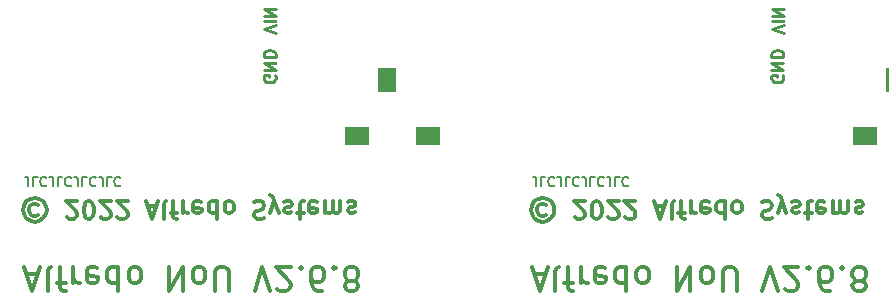
<source format=gbr>
%TF.GenerationSoftware,KiCad,Pcbnew,(6.0.5)*%
%TF.CreationDate,2022-06-07T03:25:40-04:00*%
%TF.ProjectId,NoU2-panelized,4e6f5532-2d70-4616-9e65-6c697a65642e,rev?*%
%TF.SameCoordinates,Original*%
%TF.FileFunction,Legend,Bot*%
%TF.FilePolarity,Positive*%
%FSLAX46Y46*%
G04 Gerber Fmt 4.6, Leading zero omitted, Abs format (unit mm)*
G04 Created by KiCad (PCBNEW (6.0.5)) date 2022-06-07 03:25:40*
%MOMM*%
%LPD*%
G01*
G04 APERTURE LIST*
G04 Aperture macros list*
%AMRoundRect*
0 Rectangle with rounded corners*
0 $1 Rounding radius*
0 $2 $3 $4 $5 $6 $7 $8 $9 X,Y pos of 4 corners*
0 Add a 4 corners polygon primitive as box body*
4,1,4,$2,$3,$4,$5,$6,$7,$8,$9,$2,$3,0*
0 Add four circle primitives for the rounded corners*
1,1,$1+$1,$2,$3*
1,1,$1+$1,$4,$5*
1,1,$1+$1,$6,$7*
1,1,$1+$1,$8,$9*
0 Add four rect primitives between the rounded corners*
20,1,$1+$1,$2,$3,$4,$5,0*
20,1,$1+$1,$4,$5,$6,$7,0*
20,1,$1+$1,$6,$7,$8,$9,0*
20,1,$1+$1,$8,$9,$2,$3,0*%
G04 Aperture macros list end*
%ADD10C,0.300000*%
%ADD11C,0.350000*%
%ADD12C,0.203200*%
%ADD13C,0.254000*%
%ADD14C,2.500000*%
%ADD15C,1.700000*%
%ADD16O,1.700000X1.700000*%
%ADD17C,3.200000*%
%ADD18C,0.500000*%
%ADD19C,2.032000*%
%ADD20RoundRect,1.000000X0.000000X0.800000X0.000000X0.800000X0.000000X-0.800000X0.000000X-0.800000X0*%
%ADD21RoundRect,1.000000X0.800000X0.000000X-0.800000X0.000000X-0.800000X0.000000X0.800000X0.000000X0*%
G04 APERTURE END LIST*
D10*
X24064285Y-68364285D02*
X23921428Y-68435714D01*
X23635714Y-68435714D01*
X23492857Y-68364285D01*
X23350000Y-68221428D01*
X23278571Y-68078571D01*
X23278571Y-67792857D01*
X23350000Y-67650000D01*
X23492857Y-67507142D01*
X23635714Y-67435714D01*
X23921428Y-67435714D01*
X24064285Y-67507142D01*
X23778571Y-68935714D02*
X23421428Y-68864285D01*
X23064285Y-68650000D01*
X22850000Y-68292857D01*
X22778571Y-67935714D01*
X22850000Y-67578571D01*
X23064285Y-67221428D01*
X23421428Y-67007142D01*
X23778571Y-66935714D01*
X24135714Y-67007142D01*
X24492857Y-67221428D01*
X24707142Y-67578571D01*
X24778571Y-67935714D01*
X24707142Y-68292857D01*
X24492857Y-68650000D01*
X24135714Y-68864285D01*
X23778571Y-68935714D01*
X26492857Y-68578571D02*
X26564285Y-68650000D01*
X26707142Y-68721428D01*
X27064285Y-68721428D01*
X27207142Y-68650000D01*
X27278571Y-68578571D01*
X27349999Y-68435714D01*
X27349999Y-68292857D01*
X27278571Y-68078571D01*
X26421428Y-67221428D01*
X27349999Y-67221428D01*
X28278571Y-68721428D02*
X28421428Y-68721428D01*
X28564285Y-68650000D01*
X28635714Y-68578571D01*
X28707142Y-68435714D01*
X28778571Y-68150000D01*
X28778571Y-67792857D01*
X28707142Y-67507142D01*
X28635714Y-67364285D01*
X28564285Y-67292857D01*
X28421428Y-67221428D01*
X28278571Y-67221428D01*
X28135714Y-67292857D01*
X28064285Y-67364285D01*
X27992857Y-67507142D01*
X27921428Y-67792857D01*
X27921428Y-68150000D01*
X27992857Y-68435714D01*
X28064285Y-68578571D01*
X28135714Y-68650000D01*
X28278571Y-68721428D01*
X29350000Y-68578571D02*
X29421428Y-68650000D01*
X29564285Y-68721428D01*
X29921428Y-68721428D01*
X30064285Y-68650000D01*
X30135714Y-68578571D01*
X30207142Y-68435714D01*
X30207142Y-68292857D01*
X30135714Y-68078571D01*
X29278571Y-67221428D01*
X30207142Y-67221428D01*
X30778571Y-68578571D02*
X30850000Y-68650000D01*
X30992857Y-68721428D01*
X31350000Y-68721428D01*
X31492857Y-68650000D01*
X31564285Y-68578571D01*
X31635714Y-68435714D01*
X31635714Y-68292857D01*
X31564285Y-68078571D01*
X30707142Y-67221428D01*
X31635714Y-67221428D01*
X33350000Y-67650000D02*
X34064285Y-67650000D01*
X33207142Y-67221428D02*
X33707142Y-68721428D01*
X34207142Y-67221428D01*
X34921428Y-67221428D02*
X34778571Y-67292857D01*
X34707142Y-67435714D01*
X34707142Y-68721428D01*
X35278571Y-68221428D02*
X35850000Y-68221428D01*
X35492857Y-67221428D02*
X35492857Y-68507142D01*
X35564285Y-68650000D01*
X35707142Y-68721428D01*
X35850000Y-68721428D01*
X36349999Y-67221428D02*
X36349999Y-68221428D01*
X36349999Y-67935714D02*
X36421428Y-68078571D01*
X36492857Y-68150000D01*
X36635714Y-68221428D01*
X36778571Y-68221428D01*
X37850000Y-67292857D02*
X37707142Y-67221428D01*
X37421428Y-67221428D01*
X37278571Y-67292857D01*
X37207142Y-67435714D01*
X37207142Y-68007142D01*
X37278571Y-68150000D01*
X37421428Y-68221428D01*
X37707142Y-68221428D01*
X37850000Y-68150000D01*
X37921428Y-68007142D01*
X37921428Y-67864285D01*
X37207142Y-67721428D01*
X39207142Y-67221428D02*
X39207142Y-68721428D01*
X39207142Y-67292857D02*
X39064285Y-67221428D01*
X38778571Y-67221428D01*
X38635714Y-67292857D01*
X38564285Y-67364285D01*
X38492857Y-67507142D01*
X38492857Y-67935714D01*
X38564285Y-68078571D01*
X38635714Y-68150000D01*
X38778571Y-68221428D01*
X39064285Y-68221428D01*
X39207142Y-68150000D01*
X40135714Y-67221428D02*
X39992857Y-67292857D01*
X39921428Y-67364285D01*
X39849999Y-67507142D01*
X39849999Y-67935714D01*
X39921428Y-68078571D01*
X39992857Y-68150000D01*
X40135714Y-68221428D01*
X40349999Y-68221428D01*
X40492857Y-68150000D01*
X40564285Y-68078571D01*
X40635714Y-67935714D01*
X40635714Y-67507142D01*
X40564285Y-67364285D01*
X40492857Y-67292857D01*
X40349999Y-67221428D01*
X40135714Y-67221428D01*
X42349999Y-67292857D02*
X42564285Y-67221428D01*
X42921428Y-67221428D01*
X43064285Y-67292857D01*
X43135714Y-67364285D01*
X43207142Y-67507142D01*
X43207142Y-67650000D01*
X43135714Y-67792857D01*
X43064285Y-67864285D01*
X42921428Y-67935714D01*
X42635714Y-68007142D01*
X42492857Y-68078571D01*
X42421428Y-68150000D01*
X42349999Y-68292857D01*
X42349999Y-68435714D01*
X42421428Y-68578571D01*
X42492857Y-68650000D01*
X42635714Y-68721428D01*
X42992857Y-68721428D01*
X43207142Y-68650000D01*
X43707142Y-68221428D02*
X44064285Y-67221428D01*
X44421428Y-68221428D02*
X44064285Y-67221428D01*
X43921428Y-66864285D01*
X43849999Y-66792857D01*
X43707142Y-66721428D01*
X44921428Y-67292857D02*
X45064285Y-67221428D01*
X45349999Y-67221428D01*
X45492857Y-67292857D01*
X45564285Y-67435714D01*
X45564285Y-67507142D01*
X45492857Y-67650000D01*
X45349999Y-67721428D01*
X45135714Y-67721428D01*
X44992857Y-67792857D01*
X44921428Y-67935714D01*
X44921428Y-68007142D01*
X44992857Y-68150000D01*
X45135714Y-68221428D01*
X45349999Y-68221428D01*
X45492857Y-68150000D01*
X45992857Y-68221428D02*
X46564285Y-68221428D01*
X46207142Y-68721428D02*
X46207142Y-67435714D01*
X46278571Y-67292857D01*
X46421428Y-67221428D01*
X46564285Y-67221428D01*
X47635714Y-67292857D02*
X47492857Y-67221428D01*
X47207142Y-67221428D01*
X47064285Y-67292857D01*
X46992857Y-67435714D01*
X46992857Y-68007142D01*
X47064285Y-68150000D01*
X47207142Y-68221428D01*
X47492857Y-68221428D01*
X47635714Y-68150000D01*
X47707142Y-68007142D01*
X47707142Y-67864285D01*
X46992857Y-67721428D01*
X48349999Y-67221428D02*
X48349999Y-68221428D01*
X48349999Y-68078571D02*
X48421428Y-68150000D01*
X48564285Y-68221428D01*
X48778571Y-68221428D01*
X48921428Y-68150000D01*
X48992857Y-68007142D01*
X48992857Y-67221428D01*
X48992857Y-68007142D02*
X49064285Y-68150000D01*
X49207142Y-68221428D01*
X49421428Y-68221428D01*
X49564285Y-68150000D01*
X49635714Y-68007142D01*
X49635714Y-67221428D01*
X50278571Y-67292857D02*
X50421428Y-67221428D01*
X50707142Y-67221428D01*
X50849999Y-67292857D01*
X50921428Y-67435714D01*
X50921428Y-67507142D01*
X50849999Y-67650000D01*
X50707142Y-67721428D01*
X50492857Y-67721428D01*
X50349999Y-67792857D01*
X50278571Y-67935714D01*
X50278571Y-68007142D01*
X50349999Y-68150000D01*
X50492857Y-68221428D01*
X50707142Y-68221428D01*
X50849999Y-68150000D01*
X67064285Y-68364285D02*
X66921428Y-68435714D01*
X66635714Y-68435714D01*
X66492857Y-68364285D01*
X66350000Y-68221428D01*
X66278571Y-68078571D01*
X66278571Y-67792857D01*
X66350000Y-67650000D01*
X66492857Y-67507142D01*
X66635714Y-67435714D01*
X66921428Y-67435714D01*
X67064285Y-67507142D01*
X66778571Y-68935714D02*
X66421428Y-68864285D01*
X66064285Y-68650000D01*
X65850000Y-68292857D01*
X65778571Y-67935714D01*
X65850000Y-67578571D01*
X66064285Y-67221428D01*
X66421428Y-67007142D01*
X66778571Y-66935714D01*
X67135714Y-67007142D01*
X67492857Y-67221428D01*
X67707142Y-67578571D01*
X67778571Y-67935714D01*
X67707142Y-68292857D01*
X67492857Y-68650000D01*
X67135714Y-68864285D01*
X66778571Y-68935714D01*
X69492857Y-68578571D02*
X69564285Y-68650000D01*
X69707142Y-68721428D01*
X70064285Y-68721428D01*
X70207142Y-68650000D01*
X70278571Y-68578571D01*
X70350000Y-68435714D01*
X70350000Y-68292857D01*
X70278571Y-68078571D01*
X69421428Y-67221428D01*
X70350000Y-67221428D01*
X71278571Y-68721428D02*
X71421428Y-68721428D01*
X71564285Y-68650000D01*
X71635714Y-68578571D01*
X71707142Y-68435714D01*
X71778571Y-68150000D01*
X71778571Y-67792857D01*
X71707142Y-67507142D01*
X71635714Y-67364285D01*
X71564285Y-67292857D01*
X71421428Y-67221428D01*
X71278571Y-67221428D01*
X71135714Y-67292857D01*
X71064285Y-67364285D01*
X70992857Y-67507142D01*
X70921428Y-67792857D01*
X70921428Y-68150000D01*
X70992857Y-68435714D01*
X71064285Y-68578571D01*
X71135714Y-68650000D01*
X71278571Y-68721428D01*
X72350000Y-68578571D02*
X72421428Y-68650000D01*
X72564285Y-68721428D01*
X72921428Y-68721428D01*
X73064285Y-68650000D01*
X73135714Y-68578571D01*
X73207142Y-68435714D01*
X73207142Y-68292857D01*
X73135714Y-68078571D01*
X72278571Y-67221428D01*
X73207142Y-67221428D01*
X73778571Y-68578571D02*
X73850000Y-68650000D01*
X73992857Y-68721428D01*
X74350000Y-68721428D01*
X74492857Y-68650000D01*
X74564285Y-68578571D01*
X74635714Y-68435714D01*
X74635714Y-68292857D01*
X74564285Y-68078571D01*
X73707142Y-67221428D01*
X74635714Y-67221428D01*
X76350000Y-67650000D02*
X77064285Y-67650000D01*
X76207142Y-67221428D02*
X76707142Y-68721428D01*
X77207142Y-67221428D01*
X77921428Y-67221428D02*
X77778571Y-67292857D01*
X77707142Y-67435714D01*
X77707142Y-68721428D01*
X78278571Y-68221428D02*
X78850000Y-68221428D01*
X78492857Y-67221428D02*
X78492857Y-68507142D01*
X78564285Y-68650000D01*
X78707142Y-68721428D01*
X78850000Y-68721428D01*
X79350000Y-67221428D02*
X79350000Y-68221428D01*
X79350000Y-67935714D02*
X79421428Y-68078571D01*
X79492857Y-68150000D01*
X79635714Y-68221428D01*
X79778571Y-68221428D01*
X80850000Y-67292857D02*
X80707142Y-67221428D01*
X80421428Y-67221428D01*
X80278571Y-67292857D01*
X80207142Y-67435714D01*
X80207142Y-68007142D01*
X80278571Y-68150000D01*
X80421428Y-68221428D01*
X80707142Y-68221428D01*
X80850000Y-68150000D01*
X80921428Y-68007142D01*
X80921428Y-67864285D01*
X80207142Y-67721428D01*
X82207142Y-67221428D02*
X82207142Y-68721428D01*
X82207142Y-67292857D02*
X82064285Y-67221428D01*
X81778571Y-67221428D01*
X81635714Y-67292857D01*
X81564285Y-67364285D01*
X81492857Y-67507142D01*
X81492857Y-67935714D01*
X81564285Y-68078571D01*
X81635714Y-68150000D01*
X81778571Y-68221428D01*
X82064285Y-68221428D01*
X82207142Y-68150000D01*
X83135714Y-67221428D02*
X82992857Y-67292857D01*
X82921428Y-67364285D01*
X82850000Y-67507142D01*
X82850000Y-67935714D01*
X82921428Y-68078571D01*
X82992857Y-68150000D01*
X83135714Y-68221428D01*
X83350000Y-68221428D01*
X83492857Y-68150000D01*
X83564285Y-68078571D01*
X83635714Y-67935714D01*
X83635714Y-67507142D01*
X83564285Y-67364285D01*
X83492857Y-67292857D01*
X83350000Y-67221428D01*
X83135714Y-67221428D01*
X85350000Y-67292857D02*
X85564285Y-67221428D01*
X85921428Y-67221428D01*
X86064285Y-67292857D01*
X86135714Y-67364285D01*
X86207142Y-67507142D01*
X86207142Y-67650000D01*
X86135714Y-67792857D01*
X86064285Y-67864285D01*
X85921428Y-67935714D01*
X85635714Y-68007142D01*
X85492857Y-68078571D01*
X85421428Y-68150000D01*
X85350000Y-68292857D01*
X85350000Y-68435714D01*
X85421428Y-68578571D01*
X85492857Y-68650000D01*
X85635714Y-68721428D01*
X85992857Y-68721428D01*
X86207142Y-68650000D01*
X86707142Y-68221428D02*
X87064285Y-67221428D01*
X87421428Y-68221428D02*
X87064285Y-67221428D01*
X86921428Y-66864285D01*
X86850000Y-66792857D01*
X86707142Y-66721428D01*
X87921428Y-67292857D02*
X88064285Y-67221428D01*
X88350000Y-67221428D01*
X88492857Y-67292857D01*
X88564285Y-67435714D01*
X88564285Y-67507142D01*
X88492857Y-67650000D01*
X88350000Y-67721428D01*
X88135714Y-67721428D01*
X87992857Y-67792857D01*
X87921428Y-67935714D01*
X87921428Y-68007142D01*
X87992857Y-68150000D01*
X88135714Y-68221428D01*
X88350000Y-68221428D01*
X88492857Y-68150000D01*
X88992857Y-68221428D02*
X89564285Y-68221428D01*
X89207142Y-68721428D02*
X89207142Y-67435714D01*
X89278571Y-67292857D01*
X89421428Y-67221428D01*
X89564285Y-67221428D01*
X90635714Y-67292857D02*
X90492857Y-67221428D01*
X90207142Y-67221428D01*
X90064285Y-67292857D01*
X89992857Y-67435714D01*
X89992857Y-68007142D01*
X90064285Y-68150000D01*
X90207142Y-68221428D01*
X90492857Y-68221428D01*
X90635714Y-68150000D01*
X90707142Y-68007142D01*
X90707142Y-67864285D01*
X89992857Y-67721428D01*
X91350000Y-67221428D02*
X91350000Y-68221428D01*
X91350000Y-68078571D02*
X91421428Y-68150000D01*
X91564285Y-68221428D01*
X91778571Y-68221428D01*
X91921428Y-68150000D01*
X91992857Y-68007142D01*
X91992857Y-67221428D01*
X91992857Y-68007142D02*
X92064285Y-68150000D01*
X92207142Y-68221428D01*
X92421428Y-68221428D01*
X92564285Y-68150000D01*
X92635714Y-68007142D01*
X92635714Y-67221428D01*
X93278571Y-67292857D02*
X93421428Y-67221428D01*
X93707142Y-67221428D01*
X93850000Y-67292857D01*
X93921428Y-67435714D01*
X93921428Y-67507142D01*
X93850000Y-67650000D01*
X93707142Y-67721428D01*
X93492857Y-67721428D01*
X93350000Y-67792857D01*
X93278571Y-67935714D01*
X93278571Y-68007142D01*
X93350000Y-68150000D01*
X93492857Y-68221428D01*
X93707142Y-68221428D01*
X93850000Y-68150000D01*
D11*
X23052380Y-73366666D02*
X24004761Y-73366666D01*
X22861904Y-72795238D02*
X23528571Y-74795238D01*
X24195238Y-72795238D01*
X25147619Y-72795238D02*
X24957142Y-72890476D01*
X24861904Y-73080952D01*
X24861904Y-74795238D01*
X25623809Y-74128571D02*
X26385714Y-74128571D01*
X25909523Y-72795238D02*
X25909523Y-74509523D01*
X26004761Y-74700000D01*
X26195238Y-74795238D01*
X26385714Y-74795238D01*
X27052380Y-72795238D02*
X27052380Y-74128571D01*
X27052380Y-73747619D02*
X27147619Y-73938095D01*
X27242857Y-74033333D01*
X27433333Y-74128571D01*
X27623809Y-74128571D01*
X29052380Y-72890476D02*
X28861904Y-72795238D01*
X28480952Y-72795238D01*
X28290476Y-72890476D01*
X28195238Y-73080952D01*
X28195238Y-73842857D01*
X28290476Y-74033333D01*
X28480952Y-74128571D01*
X28861904Y-74128571D01*
X29052380Y-74033333D01*
X29147619Y-73842857D01*
X29147619Y-73652380D01*
X28195238Y-73461904D01*
X30861904Y-72795238D02*
X30861904Y-74795238D01*
X30861904Y-72890476D02*
X30671428Y-72795238D01*
X30290476Y-72795238D01*
X30100000Y-72890476D01*
X30004761Y-72985714D01*
X29909523Y-73176190D01*
X29909523Y-73747619D01*
X30004761Y-73938095D01*
X30100000Y-74033333D01*
X30290476Y-74128571D01*
X30671428Y-74128571D01*
X30861904Y-74033333D01*
X32100000Y-72795238D02*
X31909523Y-72890476D01*
X31814285Y-72985714D01*
X31719047Y-73176190D01*
X31719047Y-73747619D01*
X31814285Y-73938095D01*
X31909523Y-74033333D01*
X32100000Y-74128571D01*
X32385714Y-74128571D01*
X32576190Y-74033333D01*
X32671428Y-73938095D01*
X32766666Y-73747619D01*
X32766666Y-73176190D01*
X32671428Y-72985714D01*
X32576190Y-72890476D01*
X32385714Y-72795238D01*
X32100000Y-72795238D01*
X35147619Y-72795238D02*
X35147619Y-74795238D01*
X36290476Y-72795238D01*
X36290476Y-74795238D01*
X37528571Y-72795238D02*
X37338095Y-72890476D01*
X37242857Y-72985714D01*
X37147619Y-73176190D01*
X37147619Y-73747619D01*
X37242857Y-73938095D01*
X37338095Y-74033333D01*
X37528571Y-74128571D01*
X37814285Y-74128571D01*
X38004761Y-74033333D01*
X38100000Y-73938095D01*
X38195238Y-73747619D01*
X38195238Y-73176190D01*
X38100000Y-72985714D01*
X38004761Y-72890476D01*
X37814285Y-72795238D01*
X37528571Y-72795238D01*
X39052380Y-74795238D02*
X39052380Y-73176190D01*
X39147619Y-72985714D01*
X39242857Y-72890476D01*
X39433333Y-72795238D01*
X39814285Y-72795238D01*
X40004761Y-72890476D01*
X40100000Y-72985714D01*
X40195238Y-73176190D01*
X40195238Y-74795238D01*
X42385714Y-74795238D02*
X43052380Y-72795238D01*
X43719047Y-74795238D01*
X44290476Y-74604761D02*
X44385714Y-74700000D01*
X44576190Y-74795238D01*
X45052380Y-74795238D01*
X45242857Y-74700000D01*
X45338095Y-74604761D01*
X45433333Y-74414285D01*
X45433333Y-74223809D01*
X45338095Y-73938095D01*
X44195238Y-72795238D01*
X45433333Y-72795238D01*
X46290476Y-72985714D02*
X46385714Y-72890476D01*
X46290476Y-72795238D01*
X46195238Y-72890476D01*
X46290476Y-72985714D01*
X46290476Y-72795238D01*
X48100000Y-74795238D02*
X47719047Y-74795238D01*
X47528571Y-74700000D01*
X47433333Y-74604761D01*
X47242857Y-74319047D01*
X47147619Y-73938095D01*
X47147619Y-73176190D01*
X47242857Y-72985714D01*
X47338095Y-72890476D01*
X47528571Y-72795238D01*
X47909523Y-72795238D01*
X48100000Y-72890476D01*
X48195238Y-72985714D01*
X48290476Y-73176190D01*
X48290476Y-73652380D01*
X48195238Y-73842857D01*
X48100000Y-73938095D01*
X47909523Y-74033333D01*
X47528571Y-74033333D01*
X47338095Y-73938095D01*
X47242857Y-73842857D01*
X47147619Y-73652380D01*
X49147619Y-72985714D02*
X49242857Y-72890476D01*
X49147619Y-72795238D01*
X49052380Y-72890476D01*
X49147619Y-72985714D01*
X49147619Y-72795238D01*
X50385714Y-73938095D02*
X50195238Y-74033333D01*
X50100000Y-74128571D01*
X50004761Y-74319047D01*
X50004761Y-74414285D01*
X50100000Y-74604761D01*
X50195238Y-74700000D01*
X50385714Y-74795238D01*
X50766666Y-74795238D01*
X50957142Y-74700000D01*
X51052380Y-74604761D01*
X51147619Y-74414285D01*
X51147619Y-74319047D01*
X51052380Y-74128571D01*
X50957142Y-74033333D01*
X50766666Y-73938095D01*
X50385714Y-73938095D01*
X50195238Y-73842857D01*
X50100000Y-73747619D01*
X50004761Y-73557142D01*
X50004761Y-73176190D01*
X50100000Y-72985714D01*
X50195238Y-72890476D01*
X50385714Y-72795238D01*
X50766666Y-72795238D01*
X50957142Y-72890476D01*
X51052380Y-72985714D01*
X51147619Y-73176190D01*
X51147619Y-73557142D01*
X51052380Y-73747619D01*
X50957142Y-73842857D01*
X50766666Y-73938095D01*
X66052380Y-73366666D02*
X67004761Y-73366666D01*
X65861904Y-72795238D02*
X66528571Y-74795238D01*
X67195238Y-72795238D01*
X68147619Y-72795238D02*
X67957142Y-72890476D01*
X67861904Y-73080952D01*
X67861904Y-74795238D01*
X68623809Y-74128571D02*
X69385714Y-74128571D01*
X68909523Y-72795238D02*
X68909523Y-74509523D01*
X69004761Y-74700000D01*
X69195238Y-74795238D01*
X69385714Y-74795238D01*
X70052380Y-72795238D02*
X70052380Y-74128571D01*
X70052380Y-73747619D02*
X70147619Y-73938095D01*
X70242857Y-74033333D01*
X70433333Y-74128571D01*
X70623809Y-74128571D01*
X72052380Y-72890476D02*
X71861904Y-72795238D01*
X71480952Y-72795238D01*
X71290476Y-72890476D01*
X71195238Y-73080952D01*
X71195238Y-73842857D01*
X71290476Y-74033333D01*
X71480952Y-74128571D01*
X71861904Y-74128571D01*
X72052380Y-74033333D01*
X72147619Y-73842857D01*
X72147619Y-73652380D01*
X71195238Y-73461904D01*
X73861904Y-72795238D02*
X73861904Y-74795238D01*
X73861904Y-72890476D02*
X73671428Y-72795238D01*
X73290476Y-72795238D01*
X73100000Y-72890476D01*
X73004761Y-72985714D01*
X72909523Y-73176190D01*
X72909523Y-73747619D01*
X73004761Y-73938095D01*
X73100000Y-74033333D01*
X73290476Y-74128571D01*
X73671428Y-74128571D01*
X73861904Y-74033333D01*
X75100000Y-72795238D02*
X74909523Y-72890476D01*
X74814285Y-72985714D01*
X74719047Y-73176190D01*
X74719047Y-73747619D01*
X74814285Y-73938095D01*
X74909523Y-74033333D01*
X75100000Y-74128571D01*
X75385714Y-74128571D01*
X75576190Y-74033333D01*
X75671428Y-73938095D01*
X75766666Y-73747619D01*
X75766666Y-73176190D01*
X75671428Y-72985714D01*
X75576190Y-72890476D01*
X75385714Y-72795238D01*
X75100000Y-72795238D01*
X78147619Y-72795238D02*
X78147619Y-74795238D01*
X79290476Y-72795238D01*
X79290476Y-74795238D01*
X80528571Y-72795238D02*
X80338095Y-72890476D01*
X80242857Y-72985714D01*
X80147619Y-73176190D01*
X80147619Y-73747619D01*
X80242857Y-73938095D01*
X80338095Y-74033333D01*
X80528571Y-74128571D01*
X80814285Y-74128571D01*
X81004761Y-74033333D01*
X81100000Y-73938095D01*
X81195238Y-73747619D01*
X81195238Y-73176190D01*
X81100000Y-72985714D01*
X81004761Y-72890476D01*
X80814285Y-72795238D01*
X80528571Y-72795238D01*
X82052380Y-74795238D02*
X82052380Y-73176190D01*
X82147619Y-72985714D01*
X82242857Y-72890476D01*
X82433333Y-72795238D01*
X82814285Y-72795238D01*
X83004761Y-72890476D01*
X83100000Y-72985714D01*
X83195238Y-73176190D01*
X83195238Y-74795238D01*
X85385714Y-74795238D02*
X86052380Y-72795238D01*
X86719047Y-74795238D01*
X87290476Y-74604761D02*
X87385714Y-74700000D01*
X87576190Y-74795238D01*
X88052380Y-74795238D01*
X88242857Y-74700000D01*
X88338095Y-74604761D01*
X88433333Y-74414285D01*
X88433333Y-74223809D01*
X88338095Y-73938095D01*
X87195238Y-72795238D01*
X88433333Y-72795238D01*
X89290476Y-72985714D02*
X89385714Y-72890476D01*
X89290476Y-72795238D01*
X89195238Y-72890476D01*
X89290476Y-72985714D01*
X89290476Y-72795238D01*
X91100000Y-74795238D02*
X90719047Y-74795238D01*
X90528571Y-74700000D01*
X90433333Y-74604761D01*
X90242857Y-74319047D01*
X90147619Y-73938095D01*
X90147619Y-73176190D01*
X90242857Y-72985714D01*
X90338095Y-72890476D01*
X90528571Y-72795238D01*
X90909523Y-72795238D01*
X91100000Y-72890476D01*
X91195238Y-72985714D01*
X91290476Y-73176190D01*
X91290476Y-73652380D01*
X91195238Y-73842857D01*
X91100000Y-73938095D01*
X90909523Y-74033333D01*
X90528571Y-74033333D01*
X90338095Y-73938095D01*
X90242857Y-73842857D01*
X90147619Y-73652380D01*
X92147619Y-72985714D02*
X92242857Y-72890476D01*
X92147619Y-72795238D01*
X92052380Y-72890476D01*
X92147619Y-72985714D01*
X92147619Y-72795238D01*
X93385714Y-73938095D02*
X93195238Y-74033333D01*
X93100000Y-74128571D01*
X93004761Y-74319047D01*
X93004761Y-74414285D01*
X93100000Y-74604761D01*
X93195238Y-74700000D01*
X93385714Y-74795238D01*
X93766666Y-74795238D01*
X93957142Y-74700000D01*
X94052380Y-74604761D01*
X94147619Y-74414285D01*
X94147619Y-74319047D01*
X94052380Y-74128571D01*
X93957142Y-74033333D01*
X93766666Y-73938095D01*
X93385714Y-73938095D01*
X93195238Y-73842857D01*
X93100000Y-73747619D01*
X93004761Y-73557142D01*
X93004761Y-73176190D01*
X93100000Y-72985714D01*
X93195238Y-72890476D01*
X93385714Y-72795238D01*
X93766666Y-72795238D01*
X93957142Y-72890476D01*
X94052380Y-72985714D01*
X94147619Y-73176190D01*
X94147619Y-73557142D01*
X94052380Y-73747619D01*
X93957142Y-73842857D01*
X93766666Y-73938095D01*
D12*
X23245638Y-65945104D02*
X23245638Y-65364533D01*
X23206933Y-65248419D01*
X23129523Y-65171009D01*
X23013409Y-65132304D01*
X22936000Y-65132304D01*
X24019733Y-65132304D02*
X23632685Y-65132304D01*
X23632685Y-65945104D01*
X24755123Y-65209714D02*
X24716419Y-65171009D01*
X24600304Y-65132304D01*
X24522895Y-65132304D01*
X24406780Y-65171009D01*
X24329371Y-65248419D01*
X24290666Y-65325828D01*
X24251961Y-65480647D01*
X24251961Y-65596761D01*
X24290666Y-65751580D01*
X24329371Y-65828990D01*
X24406780Y-65906400D01*
X24522895Y-65945104D01*
X24600304Y-65945104D01*
X24716419Y-65906400D01*
X24755123Y-65867695D01*
X25335695Y-65945104D02*
X25335695Y-65364533D01*
X25296990Y-65248419D01*
X25219580Y-65171009D01*
X25103466Y-65132304D01*
X25026057Y-65132304D01*
X26109790Y-65132304D02*
X25722742Y-65132304D01*
X25722742Y-65945104D01*
X26845180Y-65209714D02*
X26806476Y-65171009D01*
X26690361Y-65132304D01*
X26612952Y-65132304D01*
X26496838Y-65171009D01*
X26419428Y-65248419D01*
X26380723Y-65325828D01*
X26342019Y-65480647D01*
X26342019Y-65596761D01*
X26380723Y-65751580D01*
X26419428Y-65828990D01*
X26496838Y-65906400D01*
X26612952Y-65945104D01*
X26690361Y-65945104D01*
X26806476Y-65906400D01*
X26845180Y-65867695D01*
X27425752Y-65945104D02*
X27425752Y-65364533D01*
X27387047Y-65248419D01*
X27309638Y-65171009D01*
X27193523Y-65132304D01*
X27116114Y-65132304D01*
X28199847Y-65132304D02*
X27812800Y-65132304D01*
X27812800Y-65945104D01*
X28935238Y-65209714D02*
X28896533Y-65171009D01*
X28780419Y-65132304D01*
X28703009Y-65132304D01*
X28586895Y-65171009D01*
X28509485Y-65248419D01*
X28470780Y-65325828D01*
X28432076Y-65480647D01*
X28432076Y-65596761D01*
X28470780Y-65751580D01*
X28509485Y-65828990D01*
X28586895Y-65906400D01*
X28703009Y-65945104D01*
X28780419Y-65945104D01*
X28896533Y-65906400D01*
X28935238Y-65867695D01*
X29515809Y-65945104D02*
X29515809Y-65364533D01*
X29477104Y-65248419D01*
X29399695Y-65171009D01*
X29283580Y-65132304D01*
X29206171Y-65132304D01*
X30289904Y-65132304D02*
X29902857Y-65132304D01*
X29902857Y-65945104D01*
X31025295Y-65209714D02*
X30986590Y-65171009D01*
X30870476Y-65132304D01*
X30793066Y-65132304D01*
X30676952Y-65171009D01*
X30599542Y-65248419D01*
X30560838Y-65325828D01*
X30522133Y-65480647D01*
X30522133Y-65596761D01*
X30560838Y-65751580D01*
X30599542Y-65828990D01*
X30676952Y-65906400D01*
X30793066Y-65945104D01*
X30870476Y-65945104D01*
X30986590Y-65906400D01*
X31025295Y-65867695D01*
X66245638Y-65945104D02*
X66245638Y-65364533D01*
X66206933Y-65248419D01*
X66129523Y-65171009D01*
X66013409Y-65132304D01*
X65936000Y-65132304D01*
X67019733Y-65132304D02*
X66632685Y-65132304D01*
X66632685Y-65945104D01*
X67755123Y-65209714D02*
X67716419Y-65171009D01*
X67600304Y-65132304D01*
X67522895Y-65132304D01*
X67406780Y-65171009D01*
X67329371Y-65248419D01*
X67290666Y-65325828D01*
X67251961Y-65480647D01*
X67251961Y-65596761D01*
X67290666Y-65751580D01*
X67329371Y-65828990D01*
X67406780Y-65906400D01*
X67522895Y-65945104D01*
X67600304Y-65945104D01*
X67716419Y-65906400D01*
X67755123Y-65867695D01*
X68335695Y-65945104D02*
X68335695Y-65364533D01*
X68296990Y-65248419D01*
X68219580Y-65171009D01*
X68103466Y-65132304D01*
X68026057Y-65132304D01*
X69109790Y-65132304D02*
X68722742Y-65132304D01*
X68722742Y-65945104D01*
X69845180Y-65209714D02*
X69806476Y-65171009D01*
X69690361Y-65132304D01*
X69612952Y-65132304D01*
X69496838Y-65171009D01*
X69419428Y-65248419D01*
X69380723Y-65325828D01*
X69342019Y-65480647D01*
X69342019Y-65596761D01*
X69380723Y-65751580D01*
X69419428Y-65828990D01*
X69496838Y-65906400D01*
X69612952Y-65945104D01*
X69690361Y-65945104D01*
X69806476Y-65906400D01*
X69845180Y-65867695D01*
X70425752Y-65945104D02*
X70425752Y-65364533D01*
X70387047Y-65248419D01*
X70309638Y-65171009D01*
X70193523Y-65132304D01*
X70116114Y-65132304D01*
X71199847Y-65132304D02*
X70812800Y-65132304D01*
X70812800Y-65945104D01*
X71935238Y-65209714D02*
X71896533Y-65171009D01*
X71780419Y-65132304D01*
X71703009Y-65132304D01*
X71586895Y-65171009D01*
X71509485Y-65248419D01*
X71470780Y-65325828D01*
X71432076Y-65480647D01*
X71432076Y-65596761D01*
X71470780Y-65751580D01*
X71509485Y-65828990D01*
X71586895Y-65906400D01*
X71703009Y-65945104D01*
X71780419Y-65945104D01*
X71896533Y-65906400D01*
X71935238Y-65867695D01*
X72515809Y-65945104D02*
X72515809Y-65364533D01*
X72477104Y-65248419D01*
X72399695Y-65171009D01*
X72283580Y-65132304D01*
X72206171Y-65132304D01*
X73289904Y-65132304D02*
X72902857Y-65132304D01*
X72902857Y-65945104D01*
X74025295Y-65209714D02*
X73986590Y-65171009D01*
X73870476Y-65132304D01*
X73793066Y-65132304D01*
X73676952Y-65171009D01*
X73599542Y-65248419D01*
X73560838Y-65325828D01*
X73522133Y-65480647D01*
X73522133Y-65596761D01*
X73560838Y-65751580D01*
X73599542Y-65828990D01*
X73676952Y-65906400D01*
X73793066Y-65945104D01*
X73870476Y-65945104D01*
X73986590Y-65906400D01*
X74025295Y-65867695D01*
D13*
X44222580Y-52993561D02*
X43206580Y-52654895D01*
X44222580Y-52316228D01*
X43206580Y-51977561D02*
X44222580Y-51977561D01*
X43206580Y-51493752D02*
X44222580Y-51493752D01*
X43206580Y-50913180D01*
X44222580Y-50913180D01*
X87222580Y-52993561D02*
X86206580Y-52654895D01*
X87222580Y-52316228D01*
X86206580Y-51977561D02*
X87222580Y-51977561D01*
X86206580Y-51493752D02*
X87222580Y-51493752D01*
X86206580Y-50913180D01*
X87222580Y-50913180D01*
X44123400Y-56566495D02*
X44171780Y-56663257D01*
X44171780Y-56808400D01*
X44123400Y-56953542D01*
X44026638Y-57050304D01*
X43929876Y-57098685D01*
X43736352Y-57147066D01*
X43591209Y-57147066D01*
X43397685Y-57098685D01*
X43300923Y-57050304D01*
X43204161Y-56953542D01*
X43155780Y-56808400D01*
X43155780Y-56711638D01*
X43204161Y-56566495D01*
X43252542Y-56518114D01*
X43591209Y-56518114D01*
X43591209Y-56711638D01*
X43155780Y-56082685D02*
X44171780Y-56082685D01*
X43155780Y-55502114D01*
X44171780Y-55502114D01*
X43155780Y-55018304D02*
X44171780Y-55018304D01*
X44171780Y-54776400D01*
X44123400Y-54631257D01*
X44026638Y-54534495D01*
X43929876Y-54486114D01*
X43736352Y-54437733D01*
X43591209Y-54437733D01*
X43397685Y-54486114D01*
X43300923Y-54534495D01*
X43204161Y-54631257D01*
X43155780Y-54776400D01*
X43155780Y-55018304D01*
X87123400Y-56566495D02*
X87171780Y-56663257D01*
X87171780Y-56808400D01*
X87123400Y-56953542D01*
X87026638Y-57050304D01*
X86929876Y-57098685D01*
X86736352Y-57147066D01*
X86591209Y-57147066D01*
X86397685Y-57098685D01*
X86300923Y-57050304D01*
X86204161Y-56953542D01*
X86155780Y-56808400D01*
X86155780Y-56711638D01*
X86204161Y-56566495D01*
X86252542Y-56518114D01*
X86591209Y-56518114D01*
X86591209Y-56711638D01*
X86155780Y-56082685D02*
X87171780Y-56082685D01*
X86155780Y-55502114D01*
X87171780Y-55502114D01*
X86155780Y-55018304D02*
X87171780Y-55018304D01*
X87171780Y-54776400D01*
X87123400Y-54631257D01*
X87026638Y-54534495D01*
X86929876Y-54486114D01*
X86736352Y-54437733D01*
X86591209Y-54437733D01*
X86397685Y-54486114D01*
X86300923Y-54534495D01*
X86204161Y-54631257D01*
X86155780Y-54776400D01*
X86155780Y-55018304D01*
%LPC*%
D14*
%TO.C,J8*%
X44225000Y-20207000D03*
X39145000Y-20207000D03*
X34065000Y-20207000D03*
X28985000Y-20207000D03*
%TD*%
D15*
%TO.C,J5*%
X102363400Y-36844000D03*
D16*
X102363400Y-39384000D03*
X102363400Y-41924000D03*
X102363400Y-44464000D03*
%TD*%
D17*
%TO.C,REF\u002A\u002A*%
X68500000Y-62000000D03*
%TD*%
D18*
%TO.C,REF\u002A\u002A*%
X65200000Y-55166666D03*
%TD*%
D15*
%TO.C,J12*%
X56823400Y-36844000D03*
D16*
X56823400Y-39384000D03*
X56823400Y-41924000D03*
X56823400Y-44464000D03*
%TD*%
D19*
%TO.C,J13*%
X45342600Y-55792400D03*
%TD*%
D18*
%TO.C,REF\u002A\u002A*%
X22200000Y-34833333D03*
%TD*%
D17*
%TO.C,REF\u002A\u002A*%
X75000000Y-29000000D03*
%TD*%
D18*
%TO.C,REF\u002A\u002A*%
X105800000Y-35833333D03*
%TD*%
%TO.C,REF\u002A\u002A*%
X22200000Y-36833333D03*
%TD*%
D15*
%TO.C,J11*%
X49178000Y-21600000D03*
D16*
X49178000Y-24140000D03*
X49178000Y-26680000D03*
X49178000Y-29220000D03*
X49178000Y-31760000D03*
X49178000Y-34300000D03*
X49178000Y-36840000D03*
X49178000Y-39380000D03*
X49178000Y-41920000D03*
X49178000Y-44460000D03*
X49178000Y-47000000D03*
X49178000Y-49540000D03*
X49178000Y-52080000D03*
X49178000Y-54620000D03*
X49178000Y-57160000D03*
%TD*%
D18*
%TO.C,REF\u002A\u002A*%
X22200000Y-35833333D03*
%TD*%
D15*
%TO.C,J5*%
X59363400Y-36844000D03*
D16*
X59363400Y-39384000D03*
X59363400Y-41924000D03*
X59363400Y-44464000D03*
%TD*%
D18*
%TO.C,REF\u002A\u002A*%
X105800000Y-57166666D03*
%TD*%
%TO.C,REF\u002A\u002A*%
X22200000Y-56166666D03*
%TD*%
%TO.C,REF\u002A\u002A*%
X62800000Y-34833333D03*
%TD*%
%TO.C,REF\u002A\u002A*%
X62800000Y-33833333D03*
%TD*%
D15*
%TO.C,J12*%
X99823400Y-36844000D03*
D16*
X99823400Y-39384000D03*
X99823400Y-41924000D03*
X99823400Y-44464000D03*
%TD*%
D15*
%TO.C,J10*%
X66778000Y-21604000D03*
D16*
X66778000Y-24144000D03*
X66778000Y-26684000D03*
X66778000Y-29224000D03*
X66778000Y-31764000D03*
X66778000Y-34304000D03*
X66778000Y-36844000D03*
X66778000Y-39384000D03*
X66778000Y-41924000D03*
X66778000Y-44464000D03*
X66778000Y-47004000D03*
X66778000Y-49544000D03*
X66778000Y-52084000D03*
X66778000Y-54624000D03*
X66778000Y-57164000D03*
%TD*%
D18*
%TO.C,REF\u002A\u002A*%
X65200000Y-54166666D03*
%TD*%
D15*
%TO.C,J4*%
X70588000Y-26684000D03*
D16*
X70588000Y-29224000D03*
X70588000Y-31764000D03*
X70588000Y-34304000D03*
X70588000Y-36844000D03*
X70588000Y-39384000D03*
%TD*%
D18*
%TO.C,REF\u002A\u002A*%
X65200000Y-33833333D03*
%TD*%
D15*
%TO.C,J3*%
X59338000Y-24144000D03*
D16*
X59338000Y-26684000D03*
X59338000Y-29224000D03*
X59338000Y-31764000D03*
%TD*%
D18*
%TO.C,REF\u002A\u002A*%
X65200000Y-34833333D03*
%TD*%
%TO.C,REF\u002A\u002A*%
X62800000Y-35833333D03*
%TD*%
D15*
%TO.C,U8*%
X102363400Y-49544000D03*
D16*
X102363400Y-52084000D03*
X102363400Y-54624000D03*
%TD*%
D18*
%TO.C,REF\u002A\u002A*%
X62800000Y-54166666D03*
%TD*%
D14*
%TO.C,J6*%
X67794000Y-70880000D03*
X72874000Y-70880000D03*
X77954000Y-70880000D03*
X83034000Y-70880000D03*
%TD*%
D18*
%TO.C,REF\u002A\u002A*%
X65200000Y-36833333D03*
%TD*%
D17*
%TO.C,REF\u002A\u002A*%
X25500000Y-62000000D03*
%TD*%
%TO.C,REF\u002A\u002A*%
X102500000Y-18500000D03*
%TD*%
D15*
%TO.C,J2*%
X54283400Y-36844000D03*
D16*
X54283400Y-39384000D03*
X54283400Y-41924000D03*
X54283400Y-44464000D03*
%TD*%
D18*
%TO.C,REF\u002A\u002A*%
X105800000Y-36833333D03*
%TD*%
D14*
%TO.C,J8*%
X87225000Y-20207000D03*
X82145000Y-20207000D03*
X77065000Y-20207000D03*
X71985000Y-20207000D03*
%TD*%
D19*
%TO.C,J14*%
X88342600Y-51880800D03*
%TD*%
D15*
%TO.C,J3*%
X102338000Y-24144000D03*
D16*
X102338000Y-26684000D03*
X102338000Y-29224000D03*
X102338000Y-31764000D03*
%TD*%
D20*
%TO.C,J9*%
X51083000Y-61700000D03*
X57083000Y-61700000D03*
D21*
X53583000Y-56950000D03*
%TD*%
D18*
%TO.C,REF\u002A\u002A*%
X105800000Y-33833333D03*
%TD*%
D14*
%TO.C,J7*%
X88114000Y-70880000D03*
X93194000Y-70880000D03*
X98274000Y-70880000D03*
X103354000Y-70880000D03*
%TD*%
D19*
%TO.C,J14*%
X45342600Y-51880800D03*
%TD*%
D15*
%TO.C,J1*%
X97258000Y-19064000D03*
D16*
X97258000Y-21604000D03*
X97258000Y-24144000D03*
X97258000Y-26684000D03*
X97258000Y-29224000D03*
X97258000Y-31764000D03*
%TD*%
D15*
%TO.C,J2*%
X97283400Y-36844000D03*
D16*
X97283400Y-39384000D03*
X97283400Y-41924000D03*
X97283400Y-44464000D03*
%TD*%
D15*
%TO.C,J4*%
X27588000Y-26684000D03*
D16*
X27588000Y-29224000D03*
X27588000Y-31764000D03*
X27588000Y-34304000D03*
X27588000Y-36844000D03*
X27588000Y-39384000D03*
%TD*%
D18*
%TO.C,REF\u002A\u002A*%
X62800000Y-57166666D03*
%TD*%
%TO.C,REF\u002A\u002A*%
X62800000Y-36833333D03*
%TD*%
D19*
%TO.C,J13*%
X88342600Y-55792400D03*
%TD*%
D18*
%TO.C,REF\u002A\u002A*%
X105800000Y-56166666D03*
%TD*%
D15*
%TO.C,J11*%
X92178000Y-21600000D03*
D16*
X92178000Y-24140000D03*
X92178000Y-26680000D03*
X92178000Y-29220000D03*
X92178000Y-31760000D03*
X92178000Y-34300000D03*
X92178000Y-36840000D03*
X92178000Y-39380000D03*
X92178000Y-41920000D03*
X92178000Y-44460000D03*
X92178000Y-47000000D03*
X92178000Y-49540000D03*
X92178000Y-52080000D03*
X92178000Y-54620000D03*
X92178000Y-57160000D03*
%TD*%
D18*
%TO.C,REF\u002A\u002A*%
X22200000Y-54166666D03*
%TD*%
D15*
%TO.C,J10*%
X23778000Y-21604000D03*
D16*
X23778000Y-24144000D03*
X23778000Y-26684000D03*
X23778000Y-29224000D03*
X23778000Y-31764000D03*
X23778000Y-34304000D03*
X23778000Y-36844000D03*
X23778000Y-39384000D03*
X23778000Y-41924000D03*
X23778000Y-44464000D03*
X23778000Y-47004000D03*
X23778000Y-49544000D03*
X23778000Y-52084000D03*
X23778000Y-54624000D03*
X23778000Y-57164000D03*
%TD*%
D18*
%TO.C,REF\u002A\u002A*%
X65200000Y-57166666D03*
%TD*%
%TO.C,REF\u002A\u002A*%
X22200000Y-55166666D03*
%TD*%
D14*
%TO.C,J7*%
X45114000Y-70880000D03*
X50194000Y-70880000D03*
X55274000Y-70880000D03*
X60354000Y-70880000D03*
%TD*%
D18*
%TO.C,REF\u002A\u002A*%
X22200000Y-33833333D03*
%TD*%
D20*
%TO.C,J9*%
X94083000Y-61700000D03*
X100083000Y-61700000D03*
D21*
X96583000Y-56950000D03*
%TD*%
D18*
%TO.C,REF\u002A\u002A*%
X62800000Y-56166666D03*
%TD*%
%TO.C,REF\u002A\u002A*%
X105800000Y-34833333D03*
%TD*%
%TO.C,REF\u002A\u002A*%
X62800000Y-55166666D03*
%TD*%
D17*
%TO.C,REF\u002A\u002A*%
X59500000Y-18500000D03*
%TD*%
D18*
%TO.C,REF\u002A\u002A*%
X65200000Y-35833333D03*
%TD*%
D14*
%TO.C,J6*%
X24794000Y-70880000D03*
X29874000Y-70880000D03*
X34954000Y-70880000D03*
X40034000Y-70880000D03*
%TD*%
D15*
%TO.C,J1*%
X54258000Y-19064000D03*
D16*
X54258000Y-21604000D03*
X54258000Y-24144000D03*
X54258000Y-26684000D03*
X54258000Y-29224000D03*
X54258000Y-31764000D03*
%TD*%
D18*
%TO.C,REF\u002A\u002A*%
X22200000Y-57166666D03*
%TD*%
%TO.C,REF\u002A\u002A*%
X65200000Y-56166666D03*
%TD*%
%TO.C,REF\u002A\u002A*%
X105800000Y-55166666D03*
%TD*%
D17*
%TO.C,REF\u002A\u002A*%
X32000000Y-29000000D03*
%TD*%
D15*
%TO.C,U8*%
X59363400Y-49544000D03*
D16*
X59363400Y-52084000D03*
X59363400Y-54624000D03*
%TD*%
D18*
%TO.C,REF\u002A\u002A*%
X105800000Y-54166666D03*
%TD*%
M02*

</source>
